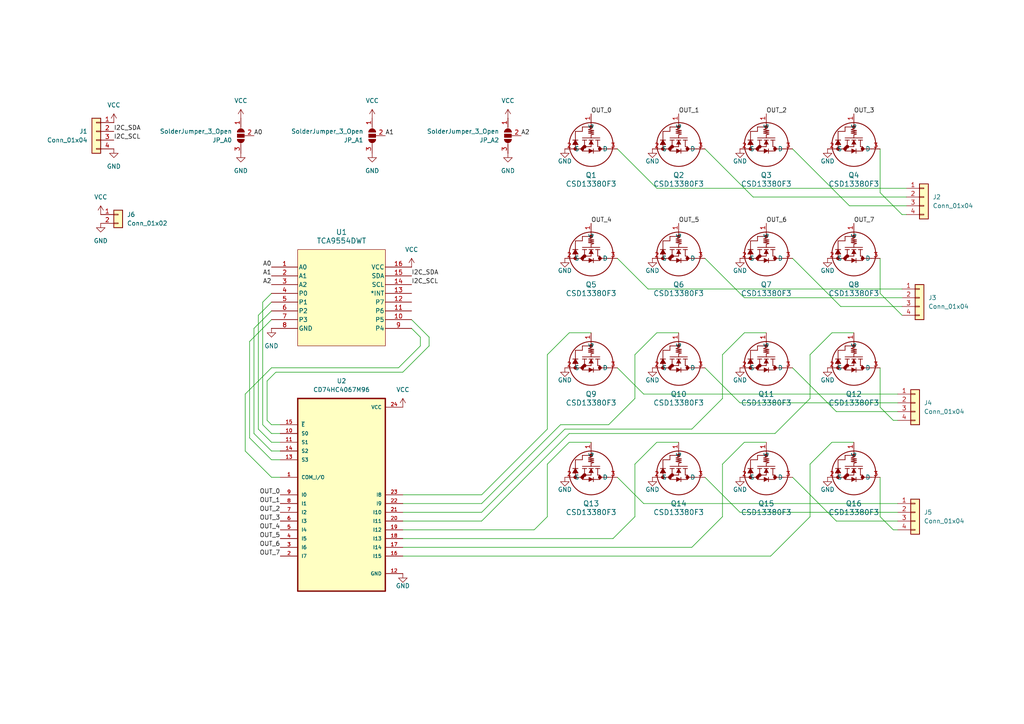
<source format=kicad_sch>
(kicad_sch (version 20250114) (generator "eeschema") (generator_version "9.0")
  (paper "A4")
  (lib_symbols
    (symbol "CD74HC4067M96:CD74HC4067M96" (pin_names (offset 1.016))
      (property "Reference" "U" (at -12.7 28.94 0))
      (property "Value" "CD74HC4067M96" (at -12.7 -31.94 0))
      (symbol "CD74HC4067M96_0_0"
        (rectangle (start -12.7 27.94) (end 12.7 -27.94) (stroke (width 0.41)) (fill (type background)))
        (pin input line (at -17.78 20.32 0) (length 5.08) (name "~{E}") (number "15"))
        (pin input line (at -17.78 17.78 0) (length 5.08) (name "S0") (number "10"))
        (pin input line (at -17.78 15.24 0) (length 5.08) (name "S1") (number "11"))
        (pin input line (at -17.78 12.7 0) (length 5.08) (name "S2") (number "14"))
        (pin input line (at -17.78 10.16 0) (length 5.08) (name "S3") (number "13"))
        (pin bidirectional line (at -17.78 5.08 0) (length 5.08) (name "COM_I/O") (number "1"))
        (pin bidirectional line (at -17.78 0 0) (length 5.08) (name "I0") (number "9"))
        (pin bidirectional line (at -17.78 -2.54 0) (length 5.08) (name "I1") (number "8"))
        (pin bidirectional line (at -17.78 -5.08 0) (length 5.08) (name "I2") (number "7"))
        (pin bidirectional line (at -17.78 -7.62 0) (length 5.08) (name "I3") (number "6"))
        (pin bidirectional line (at -17.78 -10.16 0) (length 5.08) (name "I4") (number "5"))
        (pin bidirectional line (at -17.78 -12.7 0) (length 5.08) (name "I5") (number "4"))
        (pin bidirectional line (at -17.78 -15.24 0) (length 5.08) (name "I6") (number "3"))
        (pin bidirectional line (at -17.78 -17.78 0) (length 5.08) (name "I7") (number "2"))
        (pin power_in line (at 17.78 25.4 180) (length 5.08) (name "VCC") (number "24"))
        (pin bidirectional line (at 17.78 0 180) (length 5.08) (name "I8") (number "23"))
        (pin bidirectional line (at 17.78 -2.54 180) (length 5.08) (name "I9") (number "22"))
        (pin bidirectional line (at 17.78 -5.08 180) (length 5.08) (name "I10") (number "21"))
        (pin bidirectional line (at 17.78 -7.62 180) (length 5.08) (name "I11") (number "20"))
        (pin bidirectional line (at 17.78 -10.16 180) (length 5.08) (name "I12") (number "19"))
        (pin bidirectional line (at 17.78 -12.7 180) (length 5.08) (name "I13") (number "18"))
        (pin bidirectional line (at 17.78 -15.24 180) (length 5.08) (name "I14") (number "17"))
        (pin bidirectional line (at 17.78 -17.78 180) (length 5.08) (name "I15") (number "16"))
        (pin power_in line (at 17.78 -22.86 180) (length 5.08) (name "GND") (number "12"))
      )
    )
    (symbol "CSD13380F3:CSD13380F3" (pin_names (offset 0.254))
      (property "Reference" "Q" (at 18.542 1.905 0))
      (property "Value" "CSD13380F3" (at 18.542 -2.54 0))
      (symbol "CSD13380F3_0_1"
        (polyline (pts (xy 2.54 0) (xy 4.318 0)) (stroke (width 0.2032)))
        (polyline (pts (xy 3.81 0) (xy 3.81 -2.54)) (stroke (width 0.2032)))
        (circle (center 3.81 0) (radius 0.0254) (stroke (width 0.508)))
        (polyline (pts (xy 3.81 -2.54) (xy 5.08 -2.54)) (stroke (width 0.2032)))
        (polyline (pts (xy 4.318 0) (xy 4.572 -0.762)) (stroke (width 0.2032)))
        (polyline (pts (xy 4.572 -0.762) (xy 4.826 0.762)) (stroke (width 0.2032)))
        (polyline (pts (xy 4.826 0.762) (xy 5.08 -0.762)) (stroke (width 0.2032)))
        (polyline (pts (xy 5.08 -4.572) (xy 5.08 -2.54)) (stroke (width 0.2032)))
        (polyline (pts (xy 5.334 0.762) (xy 5.08 -0.762)) (stroke (width 0.2032)))
        (polyline (pts (xy 5.334 0.762) (xy 5.588 -0.762)) (stroke (width 0.2032)))
        (polyline (pts (xy 5.588 -0.762) (xy 5.842 0.762)) (stroke (width 0.2032)))
        (polyline (pts (xy 5.842 0.762) (xy 6.096 0)) (stroke (width 0.2032)))
        (polyline (pts (xy 6.096 0) (xy 6.985 0)) (stroke (width 0.2032)))
        (polyline (pts (xy 6.985 -2.54) (xy 6.985 2.54)) (stroke (width 0.2032)))
        (polyline (pts (xy 7.62 1.905) (xy 9.525 1.905)) (stroke (width 0.2032)))
        (polyline (pts (xy 7.62 1.27) (xy 7.62 2.54)) (stroke (width 0.2032)))
        (polyline (pts (xy 7.62 -0.635) (xy 7.62 0.635)) (stroke (width 0.2032)))
        (polyline (pts (xy 7.62 -1.905) (xy 9.525 -1.905)) (stroke (width 0.2032)))
        (polyline (pts (xy 7.62 -2.54) (xy 7.62 -1.27)) (stroke (width 0.2032)))
        (polyline (pts (xy 7.62 -4.572) (xy 8.89 -4.826)) (fill (type outline)))
        (polyline (pts (xy 7.62 -4.572) (xy 8.89 -5.334)) (stroke (width 0.2032)))
        (polyline (pts (xy 7.62 -4.572) (xy 8.89 -5.334) (xy 8.89 -3.81)) (fill (type outline)))
        (polyline (pts (xy 7.62 -5.334) (xy 7.62 -3.81)) (stroke (width 0.2032)))
        (polyline (pts (xy 8.89 0.635) (xy 7.62 0) (xy 8.89 -0.635)) (fill (type outline)))
        (polyline (pts (xy 8.89 0) (xy 9.525 0)) (stroke (width 0.2032)))
        (circle (center 8.89 0) (radius 6.35) (stroke (width 0.254)))
        (polyline (pts (xy 8.89 -3.81) (xy 7.62 -4.572)) (stroke (width 0.2032)))
        (polyline (pts (xy 8.89 -5.334) (xy 8.89 -3.81)) (stroke (width 0.2032)))
        (polyline (pts (xy 9.525 2.54) (xy 10.795 2.54)) (stroke (width 0.2032)))
        (polyline (pts (xy 9.525 1.905) (xy 9.525 2.54)) (stroke (width 0.2032)))
        (circle (center 9.525 -1.905) (radius 0.0254) (stroke (width 0.508)))
        (polyline (pts (xy 9.525 -2.54) (xy 9.525 0)) (stroke (width 0.2032)))
        (polyline (pts (xy 9.525 -2.54) (xy 10.795 -2.54)) (stroke (width 0.2032)))
        (polyline (pts (xy 10.16 5.08) (xy 10.16 2.54)) (stroke (width 0.2032)))
        (circle (center 10.16 2.54) (radius 0.0254) (stroke (width 0.508)))
        (polyline (pts (xy 10.16 -2.54) (xy 10.16 -5.08)) (stroke (width 0.2032)))
        (circle (center 10.16 -2.54) (radius 0.0254) (stroke (width 0.508)))
        (polyline (pts (xy 10.16 -4.572) (xy 5.08 -4.572)) (stroke (width 0.2032)))
        (circle (center 10.16 -4.572) (radius 0.0254) (stroke (width 0.508)))
        (polyline (pts (xy 10.795 0.635) (xy 10.795 2.54)) (stroke (width 0.2032)))
        (polyline (pts (xy 10.795 -2.54) (xy 10.795 -0.635)) (stroke (width 0.2032)))
        (polyline (pts (xy 11.43 0.635) (xy 10.16 0.635)) (stroke (width 0.2032)))
        (polyline (pts (xy 11.43 -0.635) (xy 10.16 -0.635) (xy 10.795 0.635)) (fill (type outline)))
        (pin unspecified line (at 0 0 0) (length 2.54) (name "G") (number "1"))
        (pin unspecified line (at 10.16 7.62 270) (length 2.54) (name "D") (number "3"))
        (pin unspecified line (at 10.16 -7.62 90) (length 2.54) (name "S") (number "2"))
      )
    )
    (symbol "Connector_Generic:Conn_01x02" (pin_names (offset 1.016) (hide yes))
      (property "Reference" "J" (at 0 2.54 0))
      (property "Value" "Conn_01x02" (at 0 -5.08 0))
      (symbol "Conn_01x02_1_1"
        (rectangle (start -1.27 1.27) (end 1.27 -3.81) (stroke (width 0.254)) (fill (type background)))
        (rectangle (start -1.27 0.127) (end 0 -0.127) (stroke (width 0.1524)))
        (rectangle (start -1.27 -2.413) (end 0 -2.667) (stroke (width 0.1524)))
        (pin passive line (at -5.08 0 0) (length 3.81) (name "Pin_1") (number "1"))
        (pin passive line (at -5.08 -2.54 0) (length 3.81) (name "Pin_2") (number "2"))
      )
    )
    (symbol "Connector_Generic:Conn_01x04" (pin_names (offset 1.016) (hide yes))
      (property "Reference" "J" (at 0 5.08 0))
      (property "Value" "Conn_01x04" (at 0 -7.62 0))
      (symbol "Conn_01x04_1_1"
        (rectangle (start -1.27 3.81) (end 1.27 -6.35) (stroke (width 0.254)) (fill (type background)))
        (rectangle (start -1.27 2.667) (end 0 2.413) (stroke (width 0.1524)))
        (rectangle (start -1.27 0.127) (end 0 -0.127) (stroke (width 0.1524)))
        (rectangle (start -1.27 -2.413) (end 0 -2.667) (stroke (width 0.1524)))
        (rectangle (start -1.27 -4.953) (end 0 -5.207) (stroke (width 0.1524)))
        (pin passive line (at -5.08 2.54 0) (length 3.81) (name "Pin_1") (number "1"))
        (pin passive line (at -5.08 0 0) (length 3.81) (name "Pin_2") (number "2"))
        (pin passive line (at -5.08 -2.54 0) (length 3.81) (name "Pin_3") (number "3"))
        (pin passive line (at -5.08 -5.08 0) (length 3.81) (name "Pin_4") (number "4"))
      )
    )
    (symbol "Jumper:SolderJumper_3_Open" (pin_names (offset 0) (hide yes)) (in_bom no)
      (property "Reference" "JP" (at -2.54 -2.54 0))
      (property "Value" "SolderJumper_3_Open" (at 0 2.794 0))
      (symbol "SolderJumper_3_Open_0_1"
        (polyline (pts (xy -2.54 0) (xy -2.032 0)))
        (polyline (pts (xy -1.016 1.016) (xy -1.016 -1.016)))
        (arc (start -1.016 -1.016) (mid -2.0276 0) (end -1.016 1.016))
        (arc (start -1.016 -1.016) (mid -2.0276 0) (end -1.016 1.016) (fill (type outline)))
        (rectangle (start -0.508 1.016) (end 0.508 -1.016) (fill (type outline)))
        (polyline (pts (xy 0 -1.27) (xy 0 -1.016)))
        (arc (start 1.016 1.016) (mid 2.0276 0) (end 1.016 -1.016))
        (arc (start 1.016 1.016) (mid 2.0276 0) (end 1.016 -1.016) (fill (type outline)))
        (polyline (pts (xy 1.016 1.016) (xy 1.016 -1.016)))
        (polyline (pts (xy 2.54 0) (xy 2.032 0)))
      )
      (symbol "SolderJumper_3_Open_1_1"
        (pin passive line (at -5.08 0 0) (length 2.54) (name "A") (number "1"))
        (pin passive line (at 0 -3.81 90) (length 2.54) (name "C") (number "2"))
        (pin passive line (at 5.08 0 180) (length 2.54) (name "B") (number "3"))
      )
    )
    (symbol "TCA9554DWT:TCA9554DWT" (pin_names (offset 0.254))
      (property "Reference" "U" (at 20.32 10.16 0))
      (property "Value" "TCA9554DWT" (at 20.32 7.62 0))
      (symbol "TCA9554DWT_0_1"
        (rectangle (start 7.62 5.08) (end 33.02 -22.86) (fill (type color) (color 255 255 194 1)))
        (pin input line (at 0 0 0) (length 7.62) (name "A0") (number "1"))
        (pin input line (at 0 -2.54 0) (length 7.62) (name "A1") (number "2"))
        (pin input line (at 0 -5.08 0) (length 7.62) (name "A2") (number "3"))
        (pin bidirectional line (at 0 -7.62 0) (length 7.62) (name "P0") (number "4"))
        (pin bidirectional line (at 0 -10.16 0) (length 7.62) (name "P1") (number "5"))
        (pin bidirectional line (at 0 -12.7 0) (length 7.62) (name "P2") (number "6"))
        (pin bidirectional line (at 0 -15.24 0) (length 7.62) (name "P3") (number "7"))
        (pin power_in line (at 0 -17.78 0) (length 7.62) (name "GND") (number "8"))
        (pin power_in line (at 40.64 0 180) (length 7.62) (name "VCC") (number "16"))
        (pin bidirectional line (at 40.64 -2.54 180) (length 7.62) (name "SDA") (number "15"))
        (pin bidirectional line (at 40.64 -5.08 180) (length 7.62) (name "SCL") (number "14"))
        (pin output line (at 40.64 -7.62 180) (length 7.62) (name "*INT") (number "13"))
        (pin bidirectional line (at 40.64 -10.16 180) (length 7.62) (name "P7") (number "12"))
        (pin bidirectional line (at 40.64 -12.7 180) (length 7.62) (name "P6") (number "11"))
        (pin bidirectional line (at 40.64 -15.24 180) (length 7.62) (name "P5") (number "10"))
        (pin bidirectional line (at 40.64 -17.78 180) (length 7.62) (name "P4") (number "9"))
      )
    )
    (symbol "power:GND" (power) (pin_numbers (hide yes)) (pin_names (offset 0) (hide yes))
      (property "Value" "GND" (at 0 -3.81 0))
      (symbol "GND_0_1"
        (polyline (pts (xy 0 0) (xy 0 -1.27) (xy 1.27 -1.27) (xy 0 -2.54) (xy -1.27 -1.27) (xy 0 -1.27)))
      )
      (symbol "GND_1_1"
        (pin power_in line (at 0 0 270) (length 0) (name "~") (number "1"))
      )
    )
    (symbol "power:VCC" (power) (pin_numbers (hide yes)) (pin_names (offset 0) (hide yes))
      (property "Value" "VCC" (at 0 3.556 0))
      (symbol "VCC_0_1"
        (polyline (pts (xy -0.762 1.27) (xy 0 2.54)))
        (polyline (pts (xy 0 2.54) (xy 0.762 1.27)))
        (polyline (pts (xy 0 0) (xy 0 2.54)))
      )
      (symbol "VCC_1_1"
        (pin power_in line (at 0 0 90) (length 0) (name "~") (number "1"))
      )
    )
  )
  (wire (pts (xy 246.38 59.69) (xy 262.89 59.69)))
  (wire (pts (xy 209.55 134.62) (xy 215.9 128.27)))
  (wire (pts (xy 78.74 87.63) (xy 74.93 91.44)))
  (wire (pts (xy 222.25 96.52) (xy 215.9 96.52)))
  (wire (pts (xy 177.8 156.21) (xy 116.84 156.21)))
  (wire (pts (xy 78.74 133.35) (xy 81.28 133.35)))
  (wire (pts (xy 229.87 43.18) (xy 246.38 59.69)))
  (wire (pts (xy 255.27 85.09) (xy 261.62 91.44)))
  (wire (pts (xy 179.07 74.93) (xy 187.96 83.82)))
  (wire (pts (xy 165.1 128.27) (xy 171.45 128.27)))
  (wire (pts (xy 200.66 158.75) (xy 209.55 149.86)))
  (wire (pts (xy 255.27 149.86) (xy 259.08 153.67)))
  (wire (pts (xy 234.95 149.86) (xy 234.95 134.62)))
  (wire (pts (xy 78.74 128.27) (xy 81.28 128.27)))
  (wire (pts (xy 209.55 149.86) (xy 209.55 134.62)))
  (wire (pts (xy 262.89 54.61) (xy 190.5 54.61)))
  (wire (pts (xy 242.57 151.13) (xy 260.35 151.13)))
  (wire (pts (xy 71.12 114.3) (xy 71.12 130.81)))
  (wire (pts (xy 184.15 149.86) (xy 177.8 156.21)))
  (wire (pts (xy 116.84 143.51) (xy 139.7 143.51)))
  (wire (pts (xy 184.15 134.62) (xy 184.15 149.86)))
  (wire (pts (xy 121.92 97.79) (xy 121.92 100.33)))
  (wire (pts (xy 78.74 125.73) (xy 81.28 125.73)))
  (wire (pts (xy 234.95 115.57) (xy 234.95 102.87)))
  (wire (pts (xy 119.38 95.25) (xy 121.92 97.79)))
  (wire (pts (xy 186.69 146.05) (xy 260.35 146.05)))
  (wire (pts (xy 179.07 138.43) (xy 186.69 146.05)))
  (wire (pts (xy 73.66 95.25) (xy 73.66 125.73)))
  (wire (pts (xy 204.47 106.68) (xy 214.63 116.84)))
  (wire (pts (xy 241.3 128.27) (xy 247.65 128.27)))
  (wire (pts (xy 176.53 123.19) (xy 184.15 115.57)))
  (wire (pts (xy 190.5 54.61) (xy 179.07 43.18)))
  (wire (pts (xy 74.93 91.44) (xy 74.93 124.46)))
  (wire (pts (xy 116.84 153.67) (xy 154.94 153.67)))
  (wire (pts (xy 162.56 123.19) (xy 176.53 123.19)))
  (wire (pts (xy 124.46 100.33) (xy 116.84 107.95)))
  (wire (pts (xy 158.75 134.62) (xy 165.1 128.27)))
  (wire (pts (xy 78.74 90.17) (xy 73.66 95.25)))
  (wire (pts (xy 214.63 116.84) (xy 260.35 116.84)))
  (wire (pts (xy 262.89 62.23) (xy 261.62 62.23)))
  (wire (pts (xy 200.66 124.46) (xy 163.83 124.46)))
  (wire (pts (xy 241.3 96.52) (xy 247.65 96.52)))
  (wire (pts (xy 71.12 130.81) (xy 78.74 138.43)))
  (wire (pts (xy 190.5 128.27) (xy 184.15 134.62)))
  (wire (pts (xy 116.84 158.75) (xy 200.66 158.75)))
  (wire (pts (xy 186.69 114.3) (xy 260.35 114.3)))
  (wire (pts (xy 204.47 74.93) (xy 215.9 86.36)))
  (wire (pts (xy 187.96 83.82) (xy 261.62 83.82)))
  (wire (pts (xy 259.08 121.92) (xy 260.35 121.92)))
  (wire (pts (xy 255.27 74.93) (xy 255.27 85.09)))
  (wire (pts (xy 234.95 102.87) (xy 241.3 96.52)))
  (wire (pts (xy 78.74 138.43) (xy 81.28 138.43)))
  (wire (pts (xy 255.27 43.18) (xy 255.27 55.88)))
  (wire (pts (xy 80.01 107.95) (xy 116.84 107.95)))
  (wire (pts (xy 229.87 138.43) (xy 242.57 151.13)))
  (wire (pts (xy 261.62 62.23) (xy 255.27 55.88)))
  (wire (pts (xy 76.2 123.19) (xy 78.74 125.73)))
  (wire (pts (xy 121.92 100.33) (xy 115.57 106.68)))
  (wire (pts (xy 179.07 106.68) (xy 186.69 114.3)))
  (wire (pts (xy 158.75 102.87) (xy 158.75 124.46)))
  (wire (pts (xy 72.39 99.06) (xy 72.39 127)))
  (wire (pts (xy 116.84 161.29) (xy 223.52 161.29)))
  (wire (pts (xy 72.39 127) (xy 78.74 133.35)))
  (wire (pts (xy 78.74 123.19) (xy 81.28 123.19)))
  (wire (pts (xy 77.47 110.49) (xy 77.47 121.92)))
  (wire (pts (xy 74.93 124.46) (xy 78.74 128.27)))
  (wire (pts (xy 139.7 151.13) (xy 165.1 125.73)))
  (wire (pts (xy 80.01 107.95) (xy 77.47 110.49)))
  (wire (pts (xy 184.15 102.87) (xy 190.5 96.52)))
  (wire (pts (xy 215.9 86.36) (xy 261.62 86.36)))
  (wire (pts (xy 196.85 128.27) (xy 190.5 128.27)))
  (wire (pts (xy 116.84 146.05) (xy 139.7 146.05)))
  (wire (pts (xy 234.95 134.62) (xy 241.3 128.27)))
  (wire (pts (xy 229.87 106.68) (xy 242.57 119.38)))
  (wire (pts (xy 76.2 87.63) (xy 76.2 123.19)))
  (wire (pts (xy 255.27 106.68) (xy 255.27 118.11)))
  (wire (pts (xy 154.94 153.67) (xy 158.75 149.86)))
  (wire (pts (xy 262.89 57.15) (xy 218.44 57.15)))
  (wire (pts (xy 115.57 106.68) (xy 78.74 106.68)))
  (wire (pts (xy 165.1 125.73) (xy 224.79 125.73)))
  (wire (pts (xy 139.7 146.05) (xy 162.56 123.19)))
  (wire (pts (xy 190.5 96.52) (xy 196.85 96.52)))
  (wire (pts (xy 78.74 106.68) (xy 71.12 114.3)))
  (wire (pts (xy 204.47 138.43) (xy 214.63 148.59)))
  (wire (pts (xy 215.9 96.52) (xy 209.55 102.87)))
  (wire (pts (xy 158.75 124.46) (xy 139.7 143.51)))
  (wire (pts (xy 119.38 92.71) (xy 124.46 97.79)))
  (wire (pts (xy 242.57 119.38) (xy 260.35 119.38)))
  (wire (pts (xy 171.45 96.52) (xy 165.1 96.52)))
  (wire (pts (xy 78.74 85.09) (xy 76.2 87.63)))
  (wire (pts (xy 116.84 148.59) (xy 139.7 148.59)))
  (wire (pts (xy 259.08 153.67) (xy 260.35 153.67)))
  (wire (pts (xy 243.84 88.9) (xy 261.62 88.9)))
  (wire (pts (xy 77.47 121.92) (xy 78.74 123.19)))
  (wire (pts (xy 78.74 92.71) (xy 72.39 99.06)))
  (wire (pts (xy 255.27 138.43) (xy 255.27 149.86)))
  (wire (pts (xy 116.84 151.13) (xy 139.7 151.13)))
  (wire (pts (xy 215.9 128.27) (xy 222.25 128.27)))
  (wire (pts (xy 158.75 149.86) (xy 158.75 134.62)))
  (wire (pts (xy 214.63 148.59) (xy 260.35 148.59)))
  (wire (pts (xy 209.55 102.87) (xy 209.55 115.57)))
  (wire (pts (xy 165.1 96.52) (xy 158.75 102.87)))
  (wire (pts (xy 209.55 115.57) (xy 200.66 124.46)))
  (wire (pts (xy 223.52 161.29) (xy 234.95 149.86)))
  (wire (pts (xy 255.27 118.11) (xy 259.08 121.92)))
  (wire (pts (xy 229.87 74.93) (xy 243.84 88.9)))
  (wire (pts (xy 163.83 124.46) (xy 139.7 148.59)))
  (wire (pts (xy 73.66 125.73) (xy 78.74 130.81)))
  (wire (pts (xy 218.44 57.15) (xy 204.47 43.18)))
  (wire (pts (xy 184.15 115.57) (xy 184.15 102.87)))
  (wire (pts (xy 224.79 125.73) (xy 234.95 115.57)))
  (wire (pts (xy 124.46 97.79) (xy 124.46 100.33)))
  (wire (pts (xy 78.74 130.81) (xy 81.28 130.81)))
  (label "OUT_3" (at 247.65 33.02 0))
  (label "I2C_SDA" (at 33.02 38.1 0))
  (label "A0" (at 73.66 39.37 0))
  (label "A2" (at 151.13 39.37 0))
  (label "I2C_SCL" (at 33.02 40.64 0))
  (label "OUT_4" (at 171.45 64.77 0))
  (label "OUT_0" (at 81.28 143.51 180))
  (label "OUT_0" (at 171.45 33.02 0))
  (label "OUT_1" (at 196.85 33.02 0))
  (label "OUT_2" (at 222.25 33.02 0))
  (label "A2" (at 78.74 82.55 180))
  (label "I2C_SCL" (at 119.38 82.55 0))
  (label "OUT_2" (at 81.28 148.59 180))
  (label "OUT_7" (at 81.28 161.29 180))
  (label "A1" (at 111.76 39.37 0))
  (label "OUT_6" (at 81.28 158.75 180))
  (label "OUT_5" (at 81.28 156.21 180))
  (label "OUT_3" (at 81.28 151.13 180))
  (label "A0" (at 78.74 77.47 180))
  (label "OUT_5" (at 196.85 64.77 0))
  (label "A1" (at 78.74 80.01 180))
  (label "OUT_7" (at 247.65 64.77 0))
  (label "OUT_4" (at 81.28 153.67 180))
  (label "OUT_1" (at 81.28 146.05 180))
  (label "I2C_SDA" (at 119.38 80.01 0))
  (label "OUT_6" (at 222.25 64.77 0))
  (symbol (lib_id "power:GND") (at 240.03 106.68 0) (unit 1)
    (property "Reference" "#PWR017" (effects (hide yes)))
    (property "Value" "GND" (at 240.03 110.236 0))
    (property "Description" "Power symbol creates a global label with name \"GND\" , ground" (effects (hide yes)))
  )
  (symbol (lib_id "CSD13380F3:CSD13380F3") (at 171.45 96.52 270) (unit 1)
    (property "Reference" "Q9" (at 171.45 114.3 90) (effects (font (size 1.524 1.524))))
    (property "Value" "CSD13380F3" (at 171.45 116.84 90) (effects (font (size 1.524 1.524))))
    (property "Footprint" "footprints:SC59_DIO" (effects (hide yes)))
    (property "Datasheet" "https://www.ti.com/lit/gpn/csd13380f3" (effects (hide yes)))
  )
  (symbol (lib_id "CSD13380F3:CSD13380F3") (at 171.45 128.27 270) (unit 1)
    (property "Reference" "Q13" (at 171.45 146.05 90) (effects (font (size 1.524 1.524))))
    (property "Value" "CSD13380F3" (at 171.45 148.59 90) (effects (font (size 1.524 1.524))))
    (property "Footprint" "footprints:SC59_DIO" (effects (hide yes)))
    (property "Datasheet" "https://www.ti.com/lit/gpn/csd13380f3" (effects (hide yes)))
  )
  (symbol (lib_id "CSD13380F3:CSD13380F3") (at 247.65 64.77 270) (unit 1)
    (property "Reference" "Q8" (at 247.65 82.55 90) (effects (font (size 1.524 1.524))))
    (property "Value" "CSD13380F3" (at 247.65 85.09 90) (effects (font (size 1.524 1.524))))
    (property "Footprint" "footprints:SC59_DIO" (effects (hide yes)))
    (property "Datasheet" "https://www.ti.com/lit/gpn/csd13380f3" (effects (hide yes)))
  )
  (symbol (lib_id "CSD13380F3:CSD13380F3") (at 247.65 96.52 270) (unit 1)
    (property "Reference" "Q12" (at 247.65 114.3 90) (effects (font (size 1.524 1.524))))
    (property "Value" "CSD13380F3" (at 247.65 116.84 90) (effects (font (size 1.524 1.524))))
    (property "Footprint" "footprints:SC59_DIO" (effects (hide yes)))
    (property "Datasheet" "https://www.ti.com/lit/gpn/csd13380f3" (effects (hide yes)))
  )
  (symbol (lib_id "Connector_Generic:Conn_01x04") (at 267.97 57.15 0) (unit 1)
    (property "Reference" "J2" (at 270.51 57.1499 0) (effects (justify left)))
    (property "Value" "Conn_01x04" (at 270.51 59.6899 0) (effects (justify left)))
    (property "Footprint" "Connector_PinSocket_2.54mm:PinSocket_1x04_P2.54mm_Vertical" (effects (hide yes)))
    (property "Description" "Generic connector, single row, 01x04, script generated (kicad-library-utils/schlib/autogen/connector/)" (effects (hide yes)))
  )
  (symbol (lib_id "power:GND") (at 163.83 138.43 0) (unit 1)
    (property "Reference" "#PWR013" (effects (hide yes)))
    (property "Value" "GND" (at 163.83 141.986 0))
    (property "Description" "Power symbol creates a global label with name \"GND\" , ground" (effects (hide yes)))
  )
  (symbol (lib_id "power:GND") (at 214.63 138.43 0) (unit 1)
    (property "Reference" "#PWR015" (effects (hide yes)))
    (property "Value" "GND" (at 214.63 141.986 0))
    (property "Description" "Power symbol creates a global label with name \"GND\" , ground" (effects (hide yes)))
  )
  (symbol (lib_id "power:GND") (at 69.85 44.45 0) (unit 1)
    (property "Reference" "#PWR04" (effects (hide yes)))
    (property "Value" "GND" (at 69.85 49.53 0))
    (property "Description" "Power symbol creates a global label with name \"GND\" , ground" (effects (hide yes)))
  )
  (symbol (lib_id "CSD13380F3:CSD13380F3") (at 171.45 64.77 270) (unit 1)
    (property "Reference" "Q5" (at 171.45 82.55 90) (effects (font (size 1.524 1.524))))
    (property "Value" "CSD13380F3" (at 171.45 85.09 90) (effects (font (size 1.524 1.524))))
    (property "Footprint" "footprints:SC59_DIO" (effects (hide yes)))
    (property "Datasheet" "https://www.ti.com/lit/gpn/csd13380f3" (effects (hide yes)))
  )
  (symbol (lib_id "power:GND") (at 240.03 43.18 0) (unit 1)
    (property "Reference" "#PWR025" (effects (hide yes)))
    (property "Value" "GND" (at 240.03 46.736 0))
    (property "Description" "Power symbol creates a global label with name \"GND\" , ground" (effects (hide yes)))
  )
  (symbol (lib_id "Jumper:SolderJumper_3_Open") (at 107.95 39.37 90) (mirror x) (unit 1) (in_bom no)
    (property "Reference" "JP_A1" (at 105.41 40.6401 90) (effects (justify left)))
    (property "Value" "SolderJumper_3_Open" (at 105.41 38.1001 90) (effects (justify left)))
    (property "Footprint" "Jumper:SolderJumper-3_P2.0mm_Open_TrianglePad1.0x1.5mm" (effects (hide yes)))
    (property "Description" "Solder Jumper, 3-pole, open" (effects (hide yes)))
  )
  (symbol (lib_id "power:GND") (at 29.21 64.77 0) (unit 1)
    (property "Reference" "#PWR030" (effects (hide yes)))
    (property "Value" "GND" (at 29.21 69.85 0))
    (property "Description" "Power symbol creates a global label with name \"GND\" , ground" (effects (hide yes)))
  )
  (symbol (lib_id "CSD13380F3:CSD13380F3") (at 196.85 96.52 270) (unit 1)
    (property "Reference" "Q10" (at 196.85 114.3 90) (effects (font (size 1.524 1.524))))
    (property "Value" "CSD13380F3" (at 196.85 116.84 90) (effects (font (size 1.524 1.524))))
    (property "Footprint" "footprints:SC59_DIO" (effects (hide yes)))
    (property "Datasheet" "https://www.ti.com/lit/gpn/csd13380f3" (effects (hide yes)))
  )
  (symbol (lib_id "Jumper:SolderJumper_3_Open") (at 69.85 39.37 90) (mirror x) (unit 1) (in_bom no)
    (property "Reference" "JP_A0" (at 67.31 40.6401 90) (effects (justify left)))
    (property "Value" "SolderJumper_3_Open" (at 67.31 38.1001 90) (effects (justify left)))
    (property "Footprint" "Jumper:SolderJumper-3_P2.0mm_Open_TrianglePad1.0x1.5mm" (effects (hide yes)))
    (property "Description" "Solder Jumper, 3-pole, open" (effects (hide yes)))
  )
  (symbol (lib_id "power:VCC") (at 33.02 35.56 0) (unit 1)
    (property "Reference" "#PWR02" (effects (hide yes)))
    (property "Value" "VCC" (at 33.02 30.48 0))
    (property "Description" "Power symbol creates a global label with name \"VCC\"" (effects (hide yes)))
  )
  (symbol (lib_id "CSD13380F3:CSD13380F3") (at 222.25 33.02 270) (unit 1)
    (property "Reference" "Q3" (at 222.25 50.8 90) (effects (font (size 1.524 1.524))))
    (property "Value" "CSD13380F3" (at 222.25 53.34 90) (effects (font (size 1.524 1.524))))
    (property "Footprint" "footprints:SC59_DIO" (effects (hide yes)))
    (property "Datasheet" "https://www.ti.com/lit/gpn/csd13380f3" (effects (hide yes)))
  )
  (symbol (lib_id "power:GND") (at 214.63 43.18 0) (unit 1)
    (property "Reference" "#PWR026" (effects (hide yes)))
    (property "Value" "GND" (at 214.63 46.736 0))
    (property "Description" "Power symbol creates a global label with name \"GND\" , ground" (effects (hide yes)))
  )
  (symbol (lib_id "power:GND") (at 189.23 43.18 0) (unit 1)
    (property "Reference" "#PWR027" (effects (hide yes)))
    (property "Value" "GND" (at 189.23 46.736 0))
    (property "Description" "Power symbol creates a global label with name \"GND\" , ground" (effects (hide yes)))
  )
  (symbol (lib_id "power:GND") (at 33.02 43.18 0) (unit 1)
    (property "Reference" "#PWR01" (effects (hide yes)))
    (property "Value" "GND" (at 33.02 48.26 0))
    (property "Description" "Power symbol creates a global label with name \"GND\" , ground" (effects (hide yes)))
  )
  (symbol (lib_id "power:GND") (at 214.63 106.68 0) (unit 1)
    (property "Reference" "#PWR018" (effects (hide yes)))
    (property "Value" "GND" (at 214.63 110.236 0))
    (property "Description" "Power symbol creates a global label with name \"GND\" , ground" (effects (hide yes)))
  )
  (symbol (lib_id "power:GND") (at 240.03 74.93 0) (unit 1)
    (property "Reference" "#PWR024" (effects (hide yes)))
    (property "Value" "GND" (at 240.03 78.486 0))
    (property "Description" "Power symbol creates a global label with name \"GND\" , ground" (effects (hide yes)))
  )
  (symbol (lib_id "power:VCC") (at 116.84 118.11 0) (unit 1)
    (property "Reference" "#PWR011" (effects (hide yes)))
    (property "Value" "VCC" (at 116.84 113.03 0))
    (property "Description" "Power symbol creates a global label with name \"VCC\"" (effects (hide yes)))
  )
  (symbol (lib_id "power:GND") (at 78.74 95.25 0) (unit 1)
    (property "Reference" "#PWR09" (effects (hide yes)))
    (property "Value" "GND" (at 78.74 100.33 0))
    (property "Description" "Power symbol creates a global label with name \"GND\" , ground" (effects (hide yes)))
  )
  (symbol (lib_id "TCA9554DWT:TCA9554DWT") (at 78.74 77.47 0) (unit 1)
    (property "Reference" "U1" (at 99.06 67.31 0) (effects (font (size 1.524 1.524))))
    (property "Value" "TCA9554DWT" (at 99.06 69.85 0) (effects (font (size 1.524 1.524))))
    (property "Footprint" "footprints:PW16_TEX" (effects (hide yes)))
    (property "Datasheet" "https://www.ti.com/lit/gpn/tca9554" (effects (hide yes)))
  )
  (symbol (lib_id "Connector_Generic:Conn_01x02") (at 34.29 62.23 0) (unit 1)
    (property "Reference" "J6" (at 36.83 62.2299 0) (effects (justify left)))
    (property "Value" "Conn_01x02" (at 36.83 64.7699 0) (effects (justify left)))
    (property "Footprint" "Connector_PinSocket_2.54mm:PinSocket_1x02_P2.54mm_Vertical" (effects (hide yes)))
    (property "Description" "Generic connector, single row, 01x02, script generated (kicad-library-utils/schlib/autogen/connector/)" (effects (hide yes)))
  )
  (symbol (lib_id "power:VCC") (at 107.95 34.29 0) (unit 1)
    (property "Reference" "#PWR06" (effects (hide yes)))
    (property "Value" "VCC" (at 107.95 29.21 0))
    (property "Description" "Power symbol creates a global label with name \"VCC\"" (effects (hide yes)))
  )
  (symbol (lib_id "CSD13380F3:CSD13380F3") (at 196.85 33.02 270) (unit 1)
    (property "Reference" "Q2" (at 196.85 50.8 90) (effects (font (size 1.524 1.524))))
    (property "Value" "CSD13380F3" (at 196.85 53.34 90) (effects (font (size 1.524 1.524))))
    (property "Footprint" "footprints:SC59_DIO" (effects (hide yes)))
    (property "Datasheet" "https://www.ti.com/lit/gpn/csd13380f3" (effects (hide yes)))
  )
  (symbol (lib_id "CSD13380F3:CSD13380F3") (at 196.85 128.27 270) (unit 1)
    (property "Reference" "Q14" (at 196.85 146.05 90) (effects (font (size 1.524 1.524))))
    (property "Value" "CSD13380F3" (at 196.85 148.59 90) (effects (font (size 1.524 1.524))))
    (property "Footprint" "footprints:SC59_DIO" (effects (hide yes)))
    (property "Datasheet" "https://www.ti.com/lit/gpn/csd13380f3" (effects (hide yes)))
  )
  (symbol (lib_id "CSD13380F3:CSD13380F3") (at 196.85 64.77 270) (unit 1)
    (property "Reference" "Q6" (at 196.85 82.55 90) (effects (font (size 1.524 1.524))))
    (property "Value" "CSD13380F3" (at 196.85 85.09 90) (effects (font (size 1.524 1.524))))
    (property "Footprint" "footprints:SC59_DIO" (effects (hide yes)))
    (property "Datasheet" "https://www.ti.com/lit/gpn/csd13380f3" (effects (hide yes)))
  )
  (symbol (lib_id "CD74HC4067M96:CD74HC4067M96") (at 99.06 143.51 0) (unit 1)
    (property "Reference" "U2" (at 99.06 110.49 0))
    (property "Value" "CD74HC4067M96" (at 99.06 113.03 0))
    (property "Footprint" "footprints:SOIC127P1030X265-24N" (effects (hide yes)))
  )
  (symbol (lib_id "power:GND") (at 214.63 74.93 0) (unit 1)
    (property "Reference" "#PWR023" (effects (hide yes)))
    (property "Value" "GND" (at 214.63 78.486 0))
    (property "Description" "Power symbol creates a global label with name \"GND\" , ground" (effects (hide yes)))
  )
  (symbol (lib_id "Jumper:SolderJumper_3_Open") (at 147.32 39.37 90) (mirror x) (unit 1) (in_bom no)
    (property "Reference" "JP_A2" (at 144.78 40.6401 90) (effects (justify left)))
    (property "Value" "SolderJumper_3_Open" (at 144.78 38.1001 90) (effects (justify left)))
    (property "Footprint" "Jumper:SolderJumper-3_P2.0mm_Open_TrianglePad1.0x1.5mm" (effects (hide yes)))
    (property "Description" "Solder Jumper, 3-pole, open" (effects (hide yes)))
  )
  (symbol (lib_id "power:GND") (at 240.03 138.43 0) (unit 1)
    (property "Reference" "#PWR016" (effects (hide yes)))
    (property "Value" "GND" (at 240.03 141.986 0))
    (property "Description" "Power symbol creates a global label with name \"GND\" , ground" (effects (hide yes)))
  )
  (symbol (lib_id "power:VCC") (at 147.32 34.29 0) (unit 1)
    (property "Reference" "#PWR07" (effects (hide yes)))
    (property "Value" "VCC" (at 147.32 29.21 0))
    (property "Description" "Power symbol creates a global label with name \"VCC\"" (effects (hide yes)))
  )
  (symbol (lib_id "power:GND") (at 189.23 138.43 0) (unit 1)
    (property "Reference" "#PWR014" (effects (hide yes)))
    (property "Value" "GND" (at 189.23 141.986 0))
    (property "Description" "Power symbol creates a global label with name \"GND\" , ground" (effects (hide yes)))
  )
  (symbol (lib_id "power:GND") (at 189.23 74.93 0) (unit 1)
    (property "Reference" "#PWR022" (effects (hide yes)))
    (property "Value" "GND" (at 189.23 78.486 0))
    (property "Description" "Power symbol creates a global label with name \"GND\" , ground" (effects (hide yes)))
  )
  (symbol (lib_id "power:VCC") (at 69.85 34.29 0) (unit 1)
    (property "Reference" "#PWR08" (effects (hide yes)))
    (property "Value" "VCC" (at 69.85 29.21 0))
    (property "Description" "Power symbol creates a global label with name \"VCC\"" (effects (hide yes)))
  )
  (symbol (lib_id "CSD13380F3:CSD13380F3") (at 222.25 96.52 270) (unit 1)
    (property "Reference" "Q11" (at 222.25 114.3 90) (effects (font (size 1.524 1.524))))
    (property "Value" "CSD13380F3" (at 222.25 116.84 90) (effects (font (size 1.524 1.524))))
    (property "Footprint" "footprints:SC59_DIO" (effects (hide yes)))
    (property "Datasheet" "https://www.ti.com/lit/gpn/csd13380f3" (effects (hide yes)))
  )
  (symbol (lib_id "power:GND") (at 163.83 74.93 0) (unit 1)
    (property "Reference" "#PWR021" (effects (hide yes)))
    (property "Value" "GND" (at 163.83 78.486 0))
    (property "Description" "Power symbol creates a global label with name \"GND\" , ground" (effects (hide yes)))
  )
  (symbol (lib_id "power:GND") (at 147.32 44.45 0) (unit 1)
    (property "Reference" "#PWR03" (effects (hide yes)))
    (property "Value" "GND" (at 147.32 49.53 0))
    (property "Description" "Power symbol creates a global label with name \"GND\" , ground" (effects (hide yes)))
  )
  (symbol (lib_id "Connector_Generic:Conn_01x04") (at 265.43 116.84 0) (unit 1)
    (property "Reference" "J4" (at 267.97 116.8399 0) (effects (justify left)))
    (property "Value" "Conn_01x04" (at 267.97 119.3799 0) (effects (justify left)))
    (property "Footprint" "Connector_PinSocket_2.54mm:PinSocket_1x04_P2.54mm_Vertical" (effects (hide yes)))
    (property "Description" "Generic connector, single row, 01x04, script generated (kicad-library-utils/schlib/autogen/connector/)" (effects (hide yes)))
  )
  (symbol (lib_id "CSD13380F3:CSD13380F3") (at 247.65 33.02 270) (unit 1)
    (property "Reference" "Q4" (at 247.65 50.8 90) (effects (font (size 1.524 1.524))))
    (property "Value" "CSD13380F3" (at 247.65 53.34 90) (effects (font (size 1.524 1.524))))
    (property "Footprint" "footprints:SC59_DIO" (effects (hide yes)))
    (property "Datasheet" "https://www.ti.com/lit/gpn/csd13380f3" (effects (hide yes)))
  )
  (symbol (lib_id "CSD13380F3:CSD13380F3") (at 247.65 128.27 270) (unit 1)
    (property "Reference" "Q16" (at 247.65 146.05 90) (effects (font (size 1.524 1.524))))
    (property "Value" "CSD13380F3" (at 247.65 148.59 90) (effects (font (size 1.524 1.524))))
    (property "Footprint" "footprints:SC59_DIO" (effects (hide yes)))
    (property "Datasheet" "https://www.ti.com/lit/gpn/csd13380f3" (effects (hide yes)))
  )
  (symbol (lib_id "power:GND") (at 107.95 44.45 0) (unit 1)
    (property "Reference" "#PWR05" (effects (hide yes)))
    (property "Value" "GND" (at 107.95 49.53 0))
    (property "Description" "Power symbol creates a global label with name \"GND\" , ground" (effects (hide yes)))
  )
  (symbol (lib_id "power:VCC") (at 29.21 62.23 0) (unit 1)
    (property "Reference" "#PWR029" (effects (hide yes)))
    (property "Value" "VCC" (at 29.21 57.15 0))
    (property "Description" "Power symbol creates a global label with name \"VCC\"" (effects (hide yes)))
  )
  (symbol (lib_id "Connector_Generic:Conn_01x04") (at 265.43 148.59 0) (unit 1)
    (property "Reference" "J5" (at 267.97 148.5899 0) (effects (justify left)))
    (property "Value" "Conn_01x04" (at 267.97 151.1299 0) (effects (justify left)))
    (property "Footprint" "Connector_PinSocket_2.54mm:PinSocket_1x04_P2.54mm_Vertical" (effects (hide yes)))
    (property "Description" "Generic connector, single row, 01x04, script generated (kicad-library-utils/schlib/autogen/connector/)" (effects (hide yes)))
  )
  (symbol (lib_id "power:VCC") (at 119.38 77.47 0) (unit 1)
    (property "Reference" "#PWR010" (effects (hide yes)))
    (property "Value" "VCC" (at 119.38 72.39 0))
    (property "Description" "Power symbol creates a global label with name \"VCC\"" (effects (hide yes)))
  )
  (symbol (lib_id "Connector_Generic:Conn_01x04") (at 266.7 86.36 0) (unit 1)
    (property "Reference" "J3" (at 269.24 86.3599 0) (effects (justify left)))
    (property "Value" "Conn_01x04" (at 269.24 88.8999 0) (effects (justify left)))
    (property "Footprint" "Connector_PinSocket_2.54mm:PinSocket_1x04_P2.54mm_Vertical" (effects (hide yes)))
    (property "Description" "Generic connector, single row, 01x04, script generated (kicad-library-utils/schlib/autogen/connector/)" (effects (hide yes)))
  )
  (symbol (lib_id "CSD13380F3:CSD13380F3") (at 222.25 64.77 270) (unit 1)
    (property "Reference" "Q7" (at 222.25 82.55 90) (effects (font (size 1.524 1.524))))
    (property "Value" "CSD13380F3" (at 222.25 85.09 90) (effects (font (size 1.524 1.524))))
    (property "Footprint" "footprints:SC59_DIO" (effects (hide yes)))
    (property "Datasheet" "https://www.ti.com/lit/gpn/csd13380f3" (effects (hide yes)))
  )
  (symbol (lib_id "power:GND") (at 116.84 166.37 0) (unit 1)
    (property "Reference" "#PWR012" (effects (hide yes)))
    (property "Value" "GND" (at 116.84 169.926 0))
    (property "Description" "Power symbol creates a global label with name \"GND\" , ground" (effects (hide yes)))
  )
  (symbol (lib_id "power:GND") (at 163.83 43.18 0) (unit 1)
    (property "Reference" "#PWR028" (effects (hide yes)))
    (property "Value" "GND" (at 163.83 46.736 0))
    (property "Description" "Power symbol creates a global label with name \"GND\" , ground" (effects (hide yes)))
  )
  (symbol (lib_id "power:GND") (at 189.23 106.68 0) (unit 1)
    (property "Reference" "#PWR019" (effects (hide yes)))
    (property "Value" "GND" (at 189.23 110.236 0))
    (property "Description" "Power symbol creates a global label with name \"GND\" , ground" (effects (hide yes)))
  )
  (symbol (lib_id "power:GND") (at 163.83 106.68 0) (unit 1)
    (property "Reference" "#PWR020" (effects (hide yes)))
    (property "Value" "GND" (at 163.83 110.236 0))
    (property "Description" "Power symbol creates a global label with name \"GND\" , ground" (effects (hide yes)))
  )
  (symbol (lib_id "CSD13380F3:CSD13380F3") (at 171.45 33.02 270) (unit 1)
    (property "Reference" "Q1" (at 171.45 50.8 90) (effects (font (size 1.524 1.524))))
    (property "Value" "CSD13380F3" (at 171.45 53.34 90) (effects (font (size 1.524 1.524))))
    (property "Footprint" "footprints:SC59_DIO" (effects (hide yes)))
    (property "Datasheet" "https://www.ti.com/lit/gpn/csd13380f3" (effects (hide yes)))
  )
  (symbol (lib_id "CSD13380F3:CSD13380F3") (at 222.25 128.27 270) (unit 1)
    (property "Reference" "Q15" (at 222.25 146.05 90) (effects (font (size 1.524 1.524))))
    (property "Value" "CSD13380F3" (at 222.25 148.59 90) (effects (font (size 1.524 1.524))))
    (property "Footprint" "footprints:SC59_DIO" (effects (hide yes)))
    (property "Datasheet" "https://www.ti.com/lit/gpn/csd13380f3" (effects (hide yes)))
  )
  (symbol (lib_id "Connector_Generic:Conn_01x04") (at 27.94 38.1 0) (mirror y) (unit 1)
    (property "Reference" "J1" (at 25.4 38.0999 0) (effects (justify left)))
    (property "Value" "Conn_01x04" (at 25.4 40.6399 0) (effects (justify left)))
    (property "Footprint" "Connector_PinSocket_2.54mm:PinSocket_1x04_P2.54mm_Vertical" (effects (hide yes)))
    (property "Description" "Generic connector, single row, 01x04, script generated (kicad-library-utils/schlib/autogen/connector/)" (effects (hide yes)))
  )
)
</source>
